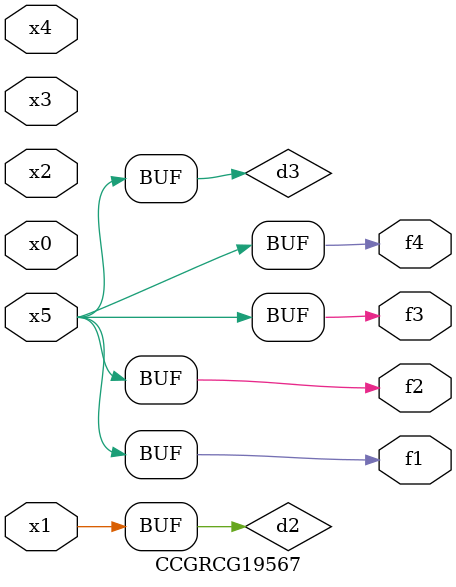
<source format=v>
module CCGRCG19567(
	input x0, x1, x2, x3, x4, x5,
	output f1, f2, f3, f4
);

	wire d1, d2, d3;

	not (d1, x5);
	or (d2, x1);
	xnor (d3, d1);
	assign f1 = d3;
	assign f2 = d3;
	assign f3 = d3;
	assign f4 = d3;
endmodule

</source>
